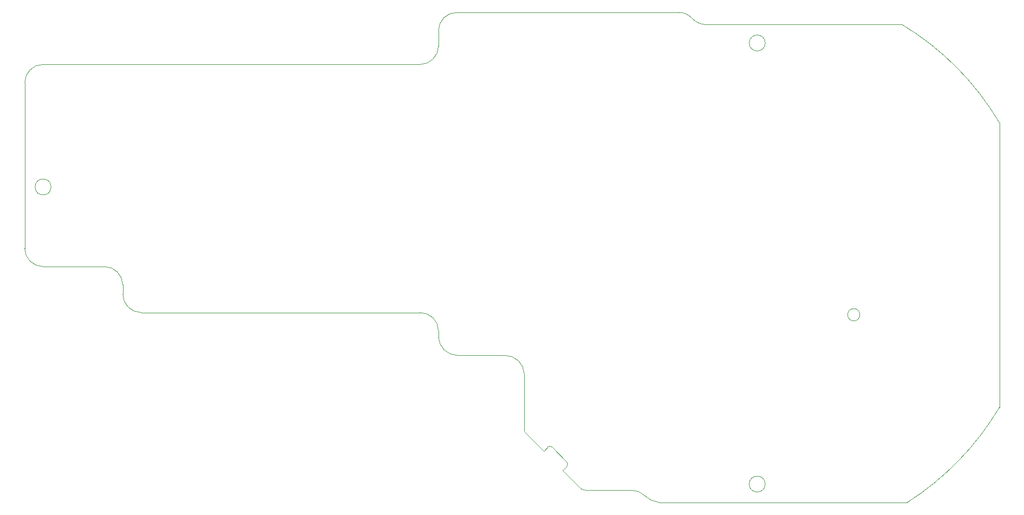
<source format=gbr>
%TF.GenerationSoftware,KiCad,Pcbnew,(6.0.10-0)*%
%TF.CreationDate,2025-02-20T17:08:05+01:00*%
%TF.ProjectId,MiniChord,4d696e69-4368-46f7-9264-2e6b69636164,rev?*%
%TF.SameCoordinates,Original*%
%TF.FileFunction,Profile,NP*%
%FSLAX46Y46*%
G04 Gerber Fmt 4.6, Leading zero omitted, Abs format (unit mm)*
G04 Created by KiCad (PCBNEW (6.0.10-0)) date 2025-02-20 17:08:05*
%MOMM*%
%LPD*%
G01*
G04 APERTURE LIST*
%TA.AperFunction,Profile*%
%ADD10C,0.100000*%
%TD*%
%TA.AperFunction,Profile*%
%ADD11C,0.120000*%
%TD*%
G04 APERTURE END LIST*
D10*
X83999954Y-122500002D02*
G75*
G03*
X87121320Y-125500000I3121346J123802D01*
G01*
X19500000Y-78000000D02*
G75*
G03*
X16500000Y-81000000I0J-3000000D01*
G01*
X136200000Y-71500000D02*
X127700000Y-71500000D01*
X84000000Y-72500000D02*
X84000000Y-75000000D01*
X125400008Y-70499993D02*
G75*
G03*
X123100000Y-69500000I-2250908J-2032107D01*
G01*
X84000001Y-121499999D02*
G75*
G03*
X81000000Y-118499999I-3000001J-1D01*
G01*
X125400000Y-70500000D02*
G75*
G03*
X127700000Y-71500000I2300000J2145000D01*
G01*
X108000000Y-147500000D02*
X115500000Y-147500000D01*
X20800000Y-98000000D02*
G75*
G03*
X20800000Y-98000000I-1300000J0D01*
G01*
X98000046Y-128499998D02*
G75*
G03*
X94878680Y-125500000I-3121346J-123802D01*
G01*
X98000000Y-137800000D02*
X98000000Y-128500000D01*
X117621316Y-148378684D02*
G75*
G03*
X120000000Y-149500000I2749984J2749984D01*
G01*
X84000000Y-121499999D02*
X84000000Y-122500000D01*
X32500001Y-115499999D02*
G75*
G03*
X35500000Y-118499999I2999999J-1D01*
G01*
X81000000Y-78000000D02*
X19500000Y-78000000D01*
X35500000Y-118499999D02*
X81000000Y-118499999D01*
X117621320Y-148378680D02*
G75*
G03*
X115500000Y-147500000I-2121320J-2121320D01*
G01*
X98000043Y-137800002D02*
G75*
G03*
X98121825Y-138085786I355857J-17198D01*
G01*
X120000000Y-149500000D02*
X160500000Y-149500000D01*
X107314197Y-147278193D02*
G75*
G03*
X108000000Y-147500000I586603J642593D01*
G01*
X16500000Y-81000000D02*
X16500000Y-108000000D01*
X137300000Y-74500000D02*
G75*
G03*
X137300000Y-74500000I-1300000J0D01*
G01*
X32500000Y-114000000D02*
G75*
G03*
X29500000Y-111000000I-3000000J0D01*
G01*
X136200000Y-71500000D02*
X159650000Y-71500000D01*
X16500000Y-108000000D02*
G75*
G03*
X19500000Y-111000000I3000000J0D01*
G01*
X137300000Y-146500000D02*
G75*
G03*
X137300000Y-146500000I-1300000J0D01*
G01*
X81000000Y-78000000D02*
G75*
G03*
X84000000Y-75000000I0J3000000D01*
G01*
X87121320Y-125500000D02*
X94878680Y-125500000D01*
X160499999Y-149499999D02*
G75*
G03*
X175499999Y-134000000I-25257129J39450449D01*
G01*
X175500000Y-87500000D02*
X175500000Y-134000000D01*
X87000000Y-69500000D02*
G75*
G03*
X84000000Y-72500000I0J-3000000D01*
G01*
X19500000Y-111000000D02*
X29500000Y-111000000D01*
X123100000Y-69500000D02*
X87000000Y-69500000D01*
X32500000Y-114000000D02*
X32500000Y-115499999D01*
X175499995Y-87500003D02*
G75*
G03*
X159650000Y-71500000I-39667195J-23444597D01*
G01*
D11*
%TO.C,U1*%
X152750000Y-118865000D02*
G75*
G03*
X152750000Y-118865000I-1000000J0D01*
G01*
%TO.C,J2*%
X104273654Y-144237615D02*
X107314214Y-147278175D01*
X101162385Y-141126346D02*
X98121825Y-138085786D01*
X104980761Y-143530509D02*
X104273654Y-144237615D01*
X101869491Y-140419239D02*
X101162385Y-141126346D01*
X104980761Y-142964823D02*
X102435177Y-140419239D01*
X104980761Y-143530509D02*
G75*
G03*
X104980761Y-142964823I-282843J282843D01*
G01*
X102435177Y-140419239D02*
G75*
G03*
X101869491Y-140419239I-282843J-282844D01*
G01*
%TD*%
M02*

</source>
